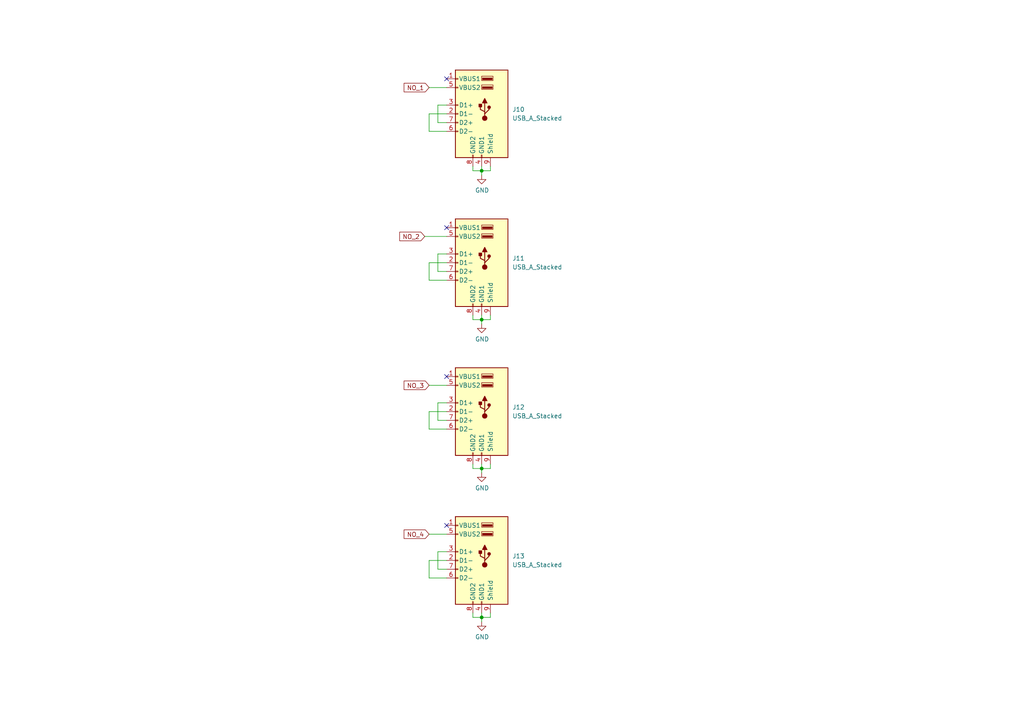
<source format=kicad_sch>
(kicad_sch (version 20211123) (generator eeschema)
  (paper "A4")
  (title_block (title "TinyCI Main USB connectors") (rev "0.9") (company "https://github.com/superna9999/tinyci") (comment 1 "Copyright (C) 2021 Neil Armstrong") (comment 2 "CERN OPEN HARDWARE LICENCE v1.1"))
  (lib_symbols
    (symbol "Connector:USB_A_Stacked" (pin_names (offset 1.016))
      (property "Reference" "J" (at 0 15.875 0))
      (property "Value" "USB_A_Stacked" (at 0 13.97 0))
      (symbol "USB_A_Stacked_0_1"
        (rectangle (start -7.62 12.7) (end 7.62 -12.7) (stroke (width 0.254)) (fill (type background)))
        (circle (center -2.159 1.905) (radius 0.381) (stroke (width 0.254)) (fill (type outline)))
        (circle (center -0.889 -1.27) (radius 0.635) (stroke (width 0.254)) (fill (type outline)))
        (rectangle (start -0.254 7.366) (end -3.048 7.874) (fill (type outline)))
        (rectangle (start -0.254 9.906) (end -3.048 10.414) (fill (type outline)))
        (rectangle (start -0.127 -12.7) (end 0.127 -11.938))
        (polyline (pts (xy -1.524 3.175) (xy -0.254 3.175) (xy -0.889 4.445) (xy -1.524 3.175)) (stroke (width 0.254)) (fill (type outline)))
        (polyline (pts (xy -0.889 -0.635) (xy -0.889 0) (xy -2.159 1.27) (xy -2.159 1.905)) (stroke (width 0.254)))
        (polyline (pts (xy -0.889 0) (xy -0.889 0.635) (xy 0.381 1.27) (xy 0.381 2.54)) (stroke (width 0.254)))
        (rectangle (start 0 2.794) (end 0.762 2.032) (stroke (width 0.254)) (fill (type outline)))
        (rectangle (start 0 7.112) (end -3.302 8.382))
        (rectangle (start 0 9.652) (end -3.302 10.922))
        (rectangle (start 2.413 -12.7) (end 2.667 -11.938))
        (rectangle (start 7.62 -5.207) (end 6.858 -4.953))
        (rectangle (start 7.62 -2.667) (end 6.858 -2.413))
        (rectangle (start 7.62 -0.127) (end 6.858 0.127))
        (rectangle (start 7.62 2.413) (end 6.858 2.667))
        (rectangle (start 7.62 7.493) (end 6.858 7.747))
        (rectangle (start 7.62 10.033) (end 6.858 10.287))
      )
      (symbol "USB_A_Stacked_1_1"
        (polyline (pts (xy -0.889 0.635) (xy -0.889 3.175)) (stroke (width 0.254)))
        (pin power_in line (at 10.16 10.16 180) (length 2.54) (name "VBUS1") (number "1"))
        (pin bidirectional line (at 10.16 0 180) (length 2.54) (name "D1-") (number "2"))
        (pin bidirectional line (at 10.16 2.54 180) (length 2.54) (name "D1+") (number "3"))
        (pin power_in line (at 0 -15.24 90) (length 2.54) (name "GND1") (number "4"))
        (pin power_in line (at 10.16 7.62 180) (length 2.54) (name "VBUS2") (number "5"))
        (pin bidirectional line (at 10.16 -5.08 180) (length 2.54) (name "D2-") (number "6"))
        (pin bidirectional line (at 10.16 -2.54 180) (length 2.54) (name "D2+") (number "7"))
        (pin power_in line (at 2.54 -15.24 90) (length 2.54) (name "GND2") (number "8"))
        (pin passive line (at -2.54 -15.24 90) (length 2.54) (name "Shield") (number "9"))
      )
    )
    (symbol "power:GND" (power) (pin_names (offset 0))
      (property "Value" "GND" (at 0 -3.81 0))
      (symbol "GND_0_1"
        (polyline (pts (xy 0 0) (xy 0 -1.27) (xy 1.27 -1.27) (xy 0 -2.54) (xy -1.27 -1.27) (xy 0 -1.27)))
      )
      (symbol "GND_1_1"
        (pin power_in line (at 0 0 270) (length 0) hide (name "GND") (number "1"))
      )
    )
  )
  (junction (at 139.7 92.71))
  (junction (at 139.7 135.89))
  (junction (at 139.7 49.53))
  (junction (at 139.7 179.07))
  (no_connect (at 129.54 66.04))
  (no_connect (at 129.54 109.22))
  (no_connect (at 129.54 152.4))
  (no_connect (at 129.54 22.86))
  (wire (pts (xy 124.46 111.76) (xy 129.54 111.76)))
  (wire (pts (xy 123.19 68.58) (xy 129.54 68.58)))
  (wire (pts (xy 129.54 76.2) (xy 124.46 76.2)))
  (wire (pts (xy 127 30.48) (xy 127 35.56)))
  (wire (pts (xy 137.16 92.71) (xy 139.7 92.71)))
  (wire (pts (xy 127 160.02) (xy 127 165.1)))
  (wire (pts (xy 127 73.66) (xy 129.54 73.66)))
  (wire (pts (xy 139.7 91.44) (xy 139.7 92.71)))
  (wire (pts (xy 137.16 179.07) (xy 139.7 179.07)))
  (wire (pts (xy 142.24 134.62) (xy 142.24 135.89)))
  (wire (pts (xy 139.7 177.8) (xy 139.7 179.07)))
  (wire (pts (xy 129.54 119.38) (xy 124.46 119.38)))
  (wire (pts (xy 139.7 49.53) (xy 142.24 49.53)))
  (wire (pts (xy 127 116.84) (xy 127 121.92)))
  (wire (pts (xy 137.16 135.89) (xy 139.7 135.89)))
  (wire (pts (xy 127 121.92) (xy 129.54 121.92)))
  (wire (pts (xy 124.46 154.94) (xy 129.54 154.94)))
  (wire (pts (xy 129.54 30.48) (xy 127 30.48)))
  (wire (pts (xy 127 73.66) (xy 127 78.74)))
  (wire (pts (xy 137.16 91.44) (xy 137.16 92.71)))
  (wire (pts (xy 124.46 38.1) (xy 129.54 38.1)))
  (wire (pts (xy 139.7 135.89) (xy 139.7 137.16)))
  (wire (pts (xy 142.24 177.8) (xy 142.24 179.07)))
  (wire (pts (xy 139.7 135.89) (xy 142.24 135.89)))
  (wire (pts (xy 137.16 49.53) (xy 139.7 49.53)))
  (wire (pts (xy 139.7 49.53) (xy 139.7 50.8)))
  (wire (pts (xy 124.46 76.2) (xy 124.46 81.28)))
  (wire (pts (xy 139.7 48.26) (xy 139.7 49.53)))
  (wire (pts (xy 142.24 48.26) (xy 142.24 49.53)))
  (wire (pts (xy 129.54 33.02) (xy 124.46 33.02)))
  (wire (pts (xy 129.54 162.56) (xy 124.46 162.56)))
  (wire (pts (xy 129.54 116.84) (xy 127 116.84)))
  (wire (pts (xy 124.46 124.46) (xy 129.54 124.46)))
  (wire (pts (xy 137.16 177.8) (xy 137.16 179.07)))
  (wire (pts (xy 142.24 91.44) (xy 142.24 92.71)))
  (wire (pts (xy 137.16 48.26) (xy 137.16 49.53)))
  (wire (pts (xy 124.46 81.28) (xy 129.54 81.28)))
  (wire (pts (xy 127 165.1) (xy 129.54 165.1)))
  (wire (pts (xy 139.7 179.07) (xy 142.24 179.07)))
  (wire (pts (xy 124.46 162.56) (xy 124.46 167.64)))
  (wire (pts (xy 124.46 25.4) (xy 129.54 25.4)))
  (wire (pts (xy 124.46 33.02) (xy 124.46 38.1)))
  (wire (pts (xy 139.7 92.71) (xy 139.7 93.98)))
  (wire (pts (xy 137.16 134.62) (xy 137.16 135.89)))
  (wire (pts (xy 124.46 167.64) (xy 129.54 167.64)))
  (wire (pts (xy 139.7 179.07) (xy 139.7 180.34)))
  (wire (pts (xy 124.46 119.38) (xy 124.46 124.46)))
  (wire (pts (xy 139.7 92.71) (xy 142.24 92.71)))
  (wire (pts (xy 129.54 160.02) (xy 127 160.02)))
  (wire (pts (xy 127 78.74) (xy 129.54 78.74)))
  (wire (pts (xy 127 35.56) (xy 129.54 35.56)))
  (wire (pts (xy 139.7 134.62) (xy 139.7 135.89)))
  (global_label "NO_4" (shape input) (at 124.46 154.94 180) (property "Références Inter-Feuilles" "${INTERSHEET_REFS}" (effects hide)))
  (global_label "NO_3" (shape input) (at 124.46 111.76 180) (property "Références Inter-Feuilles" "${INTERSHEET_REFS}" (effects hide)))
  (global_label "NO_2" (shape input) (at 123.19 68.58 180) (property "Références Inter-Feuilles" "${INTERSHEET_REFS}" (effects hide)))
  (global_label "NO_1" (shape input) (at 124.46 25.4 180) (property "Références Inter-Feuilles" "${INTERSHEET_REFS}" (effects hide)))
  (symbol (lib_id "power:GND") (at 139.7 50.8 0) (unit 1)
    (property "Reference" "#PWR036" (effects hide))
    (property "Value" "GND" (at 139.827 55.1942 0))
  )
  (symbol (lib_id "Connector:USB_A_Stacked") (at 139.7 33.02 0) (mirror y) (unit 1)
    (property "Reference" "J10" (at 148.59 31.7499 0) (effects (justify right)))
    (property "Value" "USB_A_Stacked" (at 148.59 34.2899 0) (effects (justify right)))
    (property "Datasheet" " ~" (effects hide))
  )
  (symbol (lib_id "power:GND") (at 139.7 93.98 0) (unit 1)
    (property "Reference" "#PWR0110" (effects hide))
    (property "Value" "GND" (at 139.827 98.3742 0))
  )
  (symbol (lib_id "power:GND") (at 139.7 180.34 0) (unit 1)
    (property "Reference" "#PWR0111" (effects hide))
    (property "Value" "GND" (at 139.827 184.7342 0))
  )
  (symbol (lib_id "Connector:USB_A_Stacked") (at 139.7 119.38 0) (mirror y) (unit 1)
    (property "Reference" "J12" (at 148.59 118.1099 0) (effects (justify right)))
    (property "Value" "USB_A_Stacked" (at 148.59 120.6499 0) (effects (justify right)))
    (property "Datasheet" " ~" (effects hide))
  )
  (symbol (lib_id "Connector:USB_A_Stacked") (at 139.7 162.56 0) (mirror y) (unit 1)
    (property "Reference" "J13" (at 148.59 161.2899 0) (effects (justify right)))
    (property "Value" "USB_A_Stacked" (at 148.59 163.8299 0) (effects (justify right)))
    (property "Datasheet" " ~" (effects hide))
  )
  (symbol (lib_id "Connector:USB_A_Stacked") (at 139.7 76.2 0) (mirror y) (unit 1)
    (property "Reference" "J11" (at 148.59 74.9299 0) (effects (justify right)))
    (property "Value" "USB_A_Stacked" (at 148.59 77.4699 0) (effects (justify right)))
    (property "Datasheet" " ~" (effects hide))
  )
  (symbol (lib_id "power:GND") (at 139.7 137.16 0) (unit 1)
    (property "Reference" "#PWR0112" (effects hide))
    (property "Value" "GND" (at 139.827 141.5542 0))
  )
)
</source>
